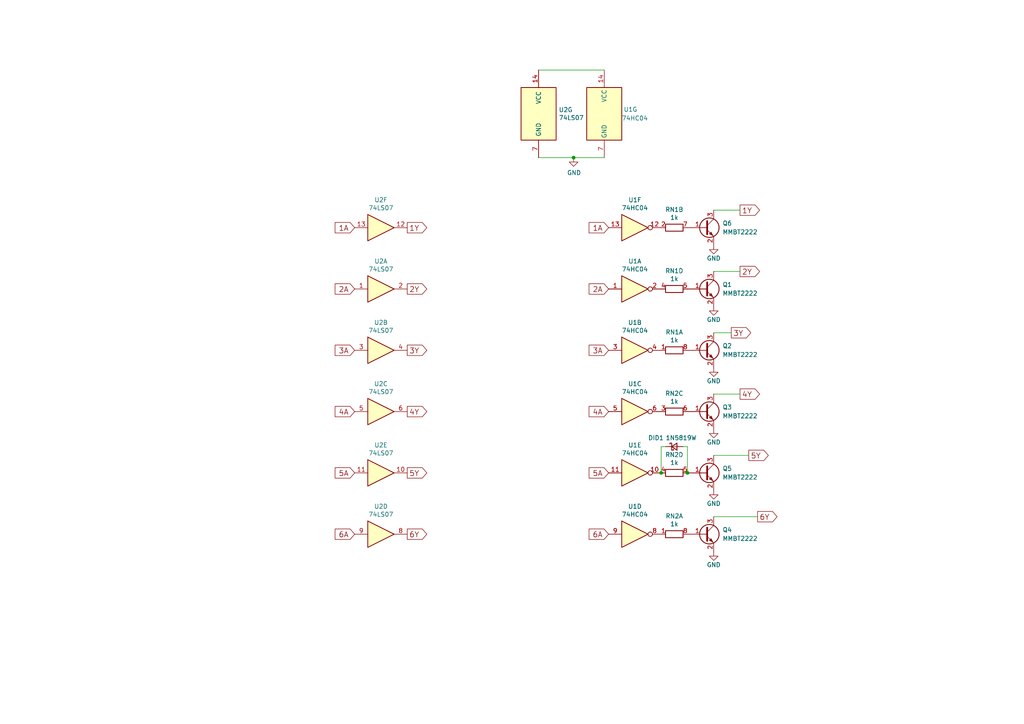
<source format=kicad_sch>
(kicad_sch (version 20211123) (generator eeschema)
  (paper "A4")
  (title_block (title "Enhanced Gotek") (date "2018-03-03") (rev "0.2") (company "Inspired by Gotec schematic by Hervé Messinger") (comment 1 "Hardware enhancement supported by FlashFloppy") (comment 2 "https://github.com/keirf/FlashFloppy/wiki/Hardware-Mods"))
  (lib_symbols
    (symbol "74xx:74HC04"
      (property "Reference" "U" (at 0 1.27 0))
      (property "Value" "74HC04" (at 0 -1.27 0))
      (symbol "74HC04_1_0"
        (polyline (pts (xy -3.81 3.81) (xy -3.81 -3.81) (xy 3.81 0) (xy -3.81 3.81)) (stroke (width 0.254)) (fill (type background)))
        (pin input line (at -7.62 0 0) (length 3.81) (name "~") (number "1"))
        (pin output inverted (at 7.62 0 180) (length 3.81) (name "~") (number "2"))
      )
      (symbol "74HC04_2_0"
        (polyline (pts (xy -3.81 3.81) (xy -3.81 -3.81) (xy 3.81 0) (xy -3.81 3.81)) (stroke (width 0.254)) (fill (type background)))
        (pin input line (at -7.62 0 0) (length 3.81) (name "~") (number "3"))
        (pin output inverted (at 7.62 0 180) (length 3.81) (name "~") (number "4"))
      )
      (symbol "74HC04_3_0"
        (polyline (pts (xy -3.81 3.81) (xy -3.81 -3.81) (xy 3.81 0) (xy -3.81 3.81)) (stroke (width 0.254)) (fill (type background)))
        (pin input line (at -7.62 0 0) (length 3.81) (name "~") (number "5"))
        (pin output inverted (at 7.62 0 180) (length 3.81) (name "~") (number "6"))
      )
      (symbol "74HC04_4_0"
        (polyline (pts (xy -3.81 3.81) (xy -3.81 -3.81) (xy 3.81 0) (xy -3.81 3.81)) (stroke (width 0.254)) (fill (type background)))
        (pin output inverted (at 7.62 0 180) (length 3.81) (name "~") (number "8"))
        (pin input line (at -7.62 0 0) (length 3.81) (name "~") (number "9"))
      )
      (symbol "74HC04_5_0"
        (polyline (pts (xy -3.81 3.81) (xy -3.81 -3.81) (xy 3.81 0) (xy -3.81 3.81)) (stroke (width 0.254)) (fill (type background)))
        (pin output inverted (at 7.62 0 180) (length 3.81) (name "~") (number "10"))
        (pin input line (at -7.62 0 0) (length 3.81) (name "~") (number "11"))
      )
      (symbol "74HC04_6_0"
        (polyline (pts (xy -3.81 3.81) (xy -3.81 -3.81) (xy 3.81 0) (xy -3.81 3.81)) (stroke (width 0.254)) (fill (type background)))
        (pin output inverted (at 7.62 0 180) (length 3.81) (name "~") (number "12"))
        (pin input line (at -7.62 0 0) (length 3.81) (name "~") (number "13"))
      )
      (symbol "74HC04_7_0"
        (pin power_in line (at 0 12.7 270) (length 5.08) (name "VCC") (number "14"))
        (pin power_in line (at 0 -12.7 90) (length 5.08) (name "GND") (number "7"))
      )
      (symbol "74HC04_7_1"
        (rectangle (start -5.08 7.62) (end 5.08 -7.62) (stroke (width 0.254)) (fill (type background)))
      )
    )
    (symbol "74xx:74LS07" (pin_names (offset 1.016))
      (property "Reference" "U" (at 0 1.27 0))
      (property "Value" "74LS07" (at 0 -1.27 0))
      (symbol "74LS07_1_0"
        (polyline (pts (xy -3.81 3.81) (xy -3.81 -3.81) (xy 3.81 0) (xy -3.81 3.81)) (stroke (width 0.254)) (fill (type background)))
        (pin input line (at -7.62 0 0) (length 3.81) (name "~") (number "1"))
        (pin open_collector line (at 7.62 0 180) (length 3.81) (name "~") (number "2"))
      )
      (symbol "74LS07_2_0"
        (polyline (pts (xy -3.81 3.81) (xy -3.81 -3.81) (xy 3.81 0) (xy -3.81 3.81)) (stroke (width 0.254)) (fill (type background)))
        (pin input line (at -7.62 0 0) (length 3.81) (name "~") (number "3"))
        (pin open_collector line (at 7.62 0 180) (length 3.81) (name "~") (number "4"))
      )
      (symbol "74LS07_3_0"
        (polyline (pts (xy -3.81 3.81) (xy -3.81 -3.81) (xy 3.81 0) (xy -3.81 3.81)) (stroke (width 0.254)) (fill (type background)))
        (pin input line (at -7.62 0 0) (length 3.81) (name "~") (number "5"))
        (pin open_collector line (at 7.62 0 180) (length 3.81) (name "~") (number "6"))
      )
      (symbol "74LS07_4_0"
        (polyline (pts (xy -3.81 3.81) (xy -3.81 -3.81) (xy 3.81 0) (xy -3.81 3.81)) (stroke (width 0.254)) (fill (type background)))
        (pin open_collector line (at 7.62 0 180) (length 3.81) (name "~") (number "8"))
        (pin input line (at -7.62 0 0) (length 3.81) (name "~") (number "9"))
      )
      (symbol "74LS07_5_0"
        (polyline (pts (xy -3.81 3.81) (xy -3.81 -3.81) (xy 3.81 0) (xy -3.81 3.81)) (stroke (width 0.254)) (fill (type background)))
        (pin open_collector line (at 7.62 0 180) (length 3.81) (name "~") (number "10"))
        (pin input line (at -7.62 0 0) (length 3.81) (name "~") (number "11"))
      )
      (symbol "74LS07_6_0"
        (polyline (pts (xy -3.81 3.81) (xy -3.81 -3.81) (xy 3.81 0) (xy -3.81 3.81)) (stroke (width 0.254)) (fill (type background)))
        (pin open_collector line (at 7.62 0 180) (length 3.81) (name "~") (number "12"))
        (pin input line (at -7.62 0 0) (length 3.81) (name "~") (number "13"))
      )
      (symbol "74LS07_7_0"
        (pin power_in line (at 0 12.7 270) (length 5.08) (name "VCC") (number "14"))
        (pin power_in line (at 0 -12.7 90) (length 5.08) (name "GND") (number "7"))
      )
      (symbol "74LS07_7_1"
        (rectangle (start -5.08 7.62) (end 5.08 -7.62) (stroke (width 0.254)) (fill (type background)))
      )
    )
    (symbol "Device:D_Schottky_Small" (pin_numbers hide) (pin_names (offset 0.254) hide)
      (property "Reference" "D" (at -1.27 2.032 0))
      (property "Value" "D_Schottky_Small" (at -7.112 -2.032 0))
      (symbol "D_Schottky_Small_0_1"
        (polyline (pts (xy -0.762 0) (xy 0.762 0)))
        (polyline (pts (xy 0.762 -1.016) (xy -0.762 0) (xy 0.762 1.016) (xy 0.762 -1.016)) (stroke (width 0.254)))
        (polyline (pts (xy -1.27 0.762) (xy -1.27 1.016) (xy -0.762 1.016) (xy -0.762 -1.016) (xy -0.254 -1.016) (xy -0.254 -0.762)) (stroke (width 0.254)))
      )
      (symbol "D_Schottky_Small_1_1"
        (pin passive line (at -2.54 0 0) (length 1.778) (name "K") (number "1"))
        (pin passive line (at 2.54 0 180) (length 1.778) (name "A") (number "2"))
      )
    )
    (symbol "Device:Q_NPN_BEC" (pin_names (offset 0) hide)
      (property "Reference" "Q" (at 5.08 1.27 0))
      (property "Value" "Q_NPN_BEC" (at 5.08 -1.27 0))
      (symbol "Q_NPN_BEC_0_1"
        (polyline (pts (xy 0.635 0.635) (xy 2.54 2.54)))
        (polyline (pts (xy 0.635 -0.635) (xy 2.54 -2.54) (xy 2.54 -2.54)))
        (polyline (pts (xy 0.635 1.905) (xy 0.635 -1.905) (xy 0.635 -1.905)) (stroke (width 0.508)))
        (polyline (pts (xy 1.27 -1.778) (xy 1.778 -1.27) (xy 2.286 -2.286) (xy 1.27 -1.778) (xy 1.27 -1.778)) (fill (type outline)))
        (circle (center 1.27 0) (radius 2.8194) (stroke (width 0.254)))
      )
      (symbol "Q_NPN_BEC_1_1"
        (pin input line (at -5.08 0 0) (length 5.715) (name "B") (number "1"))
        (pin passive line (at 2.54 -5.08 90) (length 2.54) (name "E") (number "2"))
        (pin passive line (at 2.54 5.08 270) (length 2.54) (name "C") (number "3"))
      )
    )
    (symbol "Device:R_Pack04_Split" (pin_names (offset 0) hide)
      (property "Reference" "RN" (at 2.032 0 90))
      (property "Value" "R_Pack04_Split" (at 0 0 90))
      (symbol "R_Pack04_Split_0_1"
        (rectangle (start 1.016 2.54) (end -1.016 -2.54) (stroke (width 0.254)))
      )
      (symbol "R_Pack04_Split_1_1"
        (pin passive line (at 0 -3.81 90) (length 1.27) (name "R1.1") (number "1"))
        (pin passive line (at 0 3.81 270) (length 1.27) (name "R1.2") (number "8"))
      )
      (symbol "R_Pack04_Split_2_1"
        (pin passive line (at 0 -3.81 90) (length 1.27) (name "R2.1") (number "2"))
        (pin passive line (at 0 3.81 270) (length 1.27) (name "R2.2") (number "7"))
      )
      (symbol "R_Pack04_Split_3_1"
        (pin passive line (at 0 -3.81 90) (length 1.27) (name "R3.1") (number "3"))
        (pin passive line (at 0 3.81 270) (length 1.27) (name "R3.2") (number "6"))
      )
      (symbol "R_Pack04_Split_4_1"
        (pin passive line (at 0 -3.81 90) (length 1.27) (name "R4.1") (number "4"))
        (pin passive line (at 0 3.81 270) (length 1.27) (name "R4.2") (number "5"))
      )
    )
    (symbol "power:GND" (power) (pin_names (offset 0))
      (property "Value" "GND" (at 0 -3.81 0))
      (symbol "GND_0_1"
        (polyline (pts (xy 0 0) (xy 0 -1.27) (xy 1.27 -1.27) (xy 0 -2.54) (xy -1.27 -1.27) (xy 0 -1.27)))
      )
      (symbol "GND_1_1"
        (pin power_in line (at 0 0 270) (length 0) hide (name "GND") (number "1"))
      )
    )
  )
  (junction (at 191.77 137.16))
  (junction (at 166.37 45.72))
  (junction (at 199.39 137.16))
  (wire (pts (xy 199.39 129.54) (xy 199.39 137.16)))
  (wire (pts (xy 198.12 129.54) (xy 199.39 129.54)))
  (wire (pts (xy 207.01 149.86) (xy 219.71 149.86)))
  (wire (pts (xy 156.21 20.32) (xy 175.26 20.32)))
  (wire (pts (xy 166.37 45.72) (xy 175.26 45.72)))
  (wire (pts (xy 156.21 45.72) (xy 166.37 45.72)))
  (wire (pts (xy 207.01 78.74) (xy 214.63 78.74)))
  (wire (pts (xy 207.01 132.08) (xy 217.17 132.08)))
  (wire (pts (xy 193.04 129.54) (xy 191.77 129.54)))
  (wire (pts (xy 191.77 129.54) (xy 191.77 137.16)))
  (wire (pts (xy 207.01 60.96) (xy 214.63 60.96)))
  (wire (pts (xy 207.01 114.3) (xy 214.63 114.3)))
  (wire (pts (xy 207.01 96.52) (xy 212.09 96.52)))
  (global_label "6Y" (shape output) (at 219.71 149.86 0) (effects (font (size 1.524 1.524))) (property "Références Inter-Feuilles" "${INTERSHEET_REFS}" (effects hide)))
  (global_label "2Y" (shape output) (at 118.11 83.82 0) (effects (font (size 1.524 1.524))) (property "Références Inter-Feuilles" "${INTERSHEET_REFS}" (effects hide)))
  (global_label "4A" (shape input) (at 176.53 119.38 180) (effects (font (size 1.524 1.524))) (property "Références Inter-Feuilles" "${INTERSHEET_REFS}" (effects hide)))
  (global_label "5Y" (shape output) (at 217.17 132.08 0) (effects (font (size 1.524 1.524))) (property "Références Inter-Feuilles" "${INTERSHEET_REFS}" (effects hide)))
  (global_label "3Y" (shape output) (at 118.11 101.6 0) (effects (font (size 1.524 1.524))) (property "Références Inter-Feuilles" "${INTERSHEET_REFS}" (effects hide)))
  (global_label "1Y" (shape output) (at 214.63 60.96 0) (effects (font (size 1.524 1.524))) (property "Références Inter-Feuilles" "${INTERSHEET_REFS}" (effects hide)))
  (global_label "1A" (shape input) (at 176.53 66.04 180) (effects (font (size 1.524 1.524))) (property "Références Inter-Feuilles" "${INTERSHEET_REFS}" (effects hide)))
  (global_label "5Y" (shape output) (at 118.11 137.16 0) (effects (font (size 1.524 1.524))) (property "Références Inter-Feuilles" "${INTERSHEET_REFS}" (effects hide)))
  (global_label "2A" (shape input) (at 102.87 83.82 180) (effects (font (size 1.524 1.524))) (property "Références Inter-Feuilles" "${INTERSHEET_REFS}" (effects hide)))
  (global_label "5A" (shape input) (at 102.87 137.16 180) (effects (font (size 1.524 1.524))) (property "Références Inter-Feuilles" "${INTERSHEET_REFS}" (effects hide)))
  (global_label "6Y" (shape output) (at 118.11 154.94 0) (effects (font (size 1.524 1.524))) (property "Références Inter-Feuilles" "${INTERSHEET_REFS}" (effects hide)))
  (global_label "3Y" (shape output) (at 212.09 96.52 0) (effects (font (size 1.524 1.524))) (property "Références Inter-Feuilles" "${INTERSHEET_REFS}" (effects hide)))
  (global_label "1Y" (shape output) (at 118.11 66.04 0) (effects (font (size 1.524 1.524))) (property "Références Inter-Feuilles" "${INTERSHEET_REFS}" (effects hide)))
  (global_label "4Y" (shape output) (at 214.63 114.3 0) (effects (font (size 1.524 1.524))) (property "Références Inter-Feuilles" "${INTERSHEET_REFS}" (effects hide)))
  (global_label "4A" (shape input) (at 102.87 119.38 180) (effects (font (size 1.524 1.524))) (property "Références Inter-Feuilles" "${INTERSHEET_REFS}" (effects hide)))
  (global_label "4Y" (shape output) (at 118.11 119.38 0) (effects (font (size 1.524 1.524))) (property "Références Inter-Feuilles" "${INTERSHEET_REFS}" (effects hide)))
  (global_label "3A" (shape input) (at 176.53 101.6 180) (effects (font (size 1.524 1.524))) (property "Références Inter-Feuilles" "${INTERSHEET_REFS}" (effects hide)))
  (global_label "6A" (shape input) (at 102.87 154.94 180) (effects (font (size 1.524 1.524))) (property "Références Inter-Feuilles" "${INTERSHEET_REFS}" (effects hide)))
  (global_label "1A" (shape input) (at 102.87 66.04 180) (effects (font (size 1.524 1.524))) (property "Références Inter-Feuilles" "${INTERSHEET_REFS}" (effects hide)))
  (global_label "5A" (shape input) (at 176.53 137.16 180) (effects (font (size 1.524 1.524))) (property "Références Inter-Feuilles" "${INTERSHEET_REFS}" (effects hide)))
  (global_label "6A" (shape input) (at 176.53 154.94 180) (effects (font (size 1.524 1.524))) (property "Références Inter-Feuilles" "${INTERSHEET_REFS}" (effects hide)))
  (global_label "2Y" (shape output) (at 214.63 78.74 0) (effects (font (size 1.524 1.524))) (property "Références Inter-Feuilles" "${INTERSHEET_REFS}" (effects hide)))
  (global_label "2A" (shape input) (at 176.53 83.82 180) (effects (font (size 1.524 1.524))) (property "Références Inter-Feuilles" "${INTERSHEET_REFS}" (effects hide)))
  (global_label "3A" (shape input) (at 102.87 101.6 180) (effects (font (size 1.524 1.524))) (property "Références Inter-Feuilles" "${INTERSHEET_REFS}" (effects hide)))
  (symbol (lib_id "Device:D_Schottky_Small") (at 195.58 129.54 0) (unit 1)
    (property "Reference" "DID1" (at 187.96 127 0) (effects (justify left)))
    (property "Value" "1N5819W" (at 193.04 127 0) (effects (justify left)))
    (property "Footprint" "Diode_SMD:D_SOD-123" (effects hide))
  )
  (symbol (lib_id "Device:Q_NPN_BEC") (at 204.47 154.94 0) (unit 1)
    (property "Reference" "Q4" (at 209.55 153.67 0) (effects (justify left)))
    (property "Value" "MMBT2222" (at 209.55 156.21 0) (effects (justify left)))
    (property "Footprint" "Sassa:SOT-23" (effects hide))
  )
  (symbol (lib_id "Device:Q_NPN_BEC") (at 204.47 137.16 0) (unit 1)
    (property "Reference" "Q5" (at 209.55 135.89 0) (effects (justify left)))
    (property "Value" "MMBT2222" (at 209.55 138.43 0) (effects (justify left)))
    (property "Footprint" "Sassa:SOT-23" (effects hide))
  )
  (symbol (lib_id "power:GND") (at 207.01 160.02 0) (unit 1)
    (property "Reference" "#PWR06" (effects hide))
    (property "Value" "GND" (at 207.01 163.83 0))
  )
  (symbol (lib_id "power:GND") (at 207.01 142.24 0) (unit 1)
    (property "Reference" "#PWR07" (effects hide))
    (property "Value" "GND" (at 207.01 146.05 0))
  )
  (symbol (lib_id "Device:Q_NPN_BEC") (at 204.47 119.38 0) (unit 1)
    (property "Reference" "Q3" (at 209.55 118.11 0) (effects (justify left)))
    (property "Value" "MMBT2222" (at 209.55 120.65 0) (effects (justify left)))
    (property "Footprint" "Sassa:SOT-23" (effects hide))
  )
  (symbol (lib_id "Device:Q_NPN_BEC") (at 204.47 101.6 0) (unit 1)
    (property "Reference" "Q2" (at 209.55 100.33 0) (effects (justify left)))
    (property "Value" "MMBT2222" (at 209.55 102.87 0) (effects (justify left)))
    (property "Footprint" "Sassa:SOT-23" (effects hide))
  )
  (symbol (lib_id "Device:Q_NPN_BEC") (at 204.47 83.82 0) (unit 1)
    (property "Reference" "Q1" (at 209.55 82.55 0) (effects (justify left)))
    (property "Value" "MMBT2222" (at 209.55 85.09 0) (effects (justify left)))
    (property "Footprint" "Sassa:SOT-23" (effects hide))
  )
  (symbol (lib_id "Device:Q_NPN_BEC") (at 204.47 66.04 0) (unit 1)
    (property "Reference" "Q6" (at 209.55 64.77 0) (effects (justify left)))
    (property "Value" "MMBT2222" (at 209.55 67.31 0) (effects (justify left)))
    (property "Footprint" "Sassa:SOT-23" (effects hide))
  )
  (symbol (lib_id "power:GND") (at 207.01 124.46 0) (unit 1)
    (property "Reference" "#PWR08" (effects hide))
    (property "Value" "GND" (at 207.01 128.27 0))
  )
  (symbol (lib_id "power:GND") (at 207.01 106.68 0) (unit 1)
    (property "Reference" "#PWR09" (effects hide))
    (property "Value" "GND" (at 207.01 110.49 0))
  )
  (symbol (lib_id "power:GND") (at 207.01 88.9 0) (unit 1)
    (property "Reference" "#PWR010" (effects hide))
    (property "Value" "GND" (at 207.01 92.71 0))
  )
  (symbol (lib_id "power:GND") (at 207.01 71.12 0) (unit 1)
    (property "Reference" "#PWR011" (effects hide))
    (property "Value" "GND" (at 207.01 74.93 0))
  )
  (symbol (lib_id "74xx:74LS07") (at 110.49 66.04 0) (unit 6)
    (property "Reference" "U2" (at 110.49 57.9882 0))
    (property "Value" "74LS07" (at 110.49 60.2996 0))
    (property "Footprint" "74LS07 replacement:SOIC-14_3.9x8.7mm_P1.27mm_replacement" (effects hide))
    (property "Datasheet" "www.ti.com/lit/ds/symlink/sn74ls07.pdf" (effects hide))
  )
  (symbol (lib_id "74xx:74HC04") (at 175.26 33.02 0) (unit 7)
    (property "Reference" "U1" (at 182.88 31.75 0))
    (property "Value" "74HC04" (at 184.15 34.29 0))
    (property "Footprint" "Package_SO:SOIC-14_3.9x8.7mm_P1.27mm" (effects hide))
    (property "Datasheet" "https://assets.nexperia.com/documents/data-sheet/74HC_HCT04.pdf" (effects hide))
  )
  (symbol (lib_id "74xx:74LS07") (at 156.21 33.02 0) (unit 7)
    (property "Reference" "U2" (at 162.052 31.8516 0) (effects (justify left)))
    (property "Value" "74LS07" (at 162.052 34.163 0) (effects (justify left)))
    (property "Footprint" "74LS07 replacement:SOIC-14_3.9x8.7mm_P1.27mm_replacement" (effects hide))
    (property "Datasheet" "www.ti.com/lit/ds/symlink/sn74ls07.pdf" (effects hide))
  )
  (symbol (lib_id "74xx:74LS07") (at 110.49 83.82 0) (unit 1)
    (property "Reference" "U2" (at 110.49 75.7682 0))
    (property "Value" "74LS07" (at 110.49 78.0796 0))
    (property "Footprint" "74LS07 replacement:SOIC-14_3.9x8.7mm_P1.27mm_replacement" (effects hide))
    (property "Datasheet" "www.ti.com/lit/ds/symlink/sn74ls07.pdf" (effects hide))
  )
  (symbol (lib_id "74xx:74LS07") (at 110.49 101.6 0) (unit 2)
    (property "Reference" "U2" (at 110.49 93.5482 0))
    (property "Value" "74LS07" (at 110.49 95.8596 0))
    (property "Footprint" "74LS07 replacement:SOIC-14_3.9x8.7mm_P1.27mm_replacement" (effects hide))
    (property "Datasheet" "www.ti.com/lit/ds/symlink/sn74ls07.pdf" (effects hide))
  )
  (symbol (lib_id "74xx:74LS07") (at 110.49 119.38 0) (unit 3)
    (property "Reference" "U2" (at 110.49 111.3282 0))
    (property "Value" "74LS07" (at 110.49 113.6396 0))
    (property "Footprint" "74LS07 replacement:SOIC-14_3.9x8.7mm_P1.27mm_replacement" (effects hide))
    (property "Datasheet" "www.ti.com/lit/ds/symlink/sn74ls07.pdf" (effects hide))
  )
  (symbol (lib_id "74xx:74LS07") (at 110.49 137.16 0) (unit 5)
    (property "Reference" "U2" (at 110.49 129.1082 0))
    (property "Value" "74LS07" (at 110.49 131.4196 0))
    (property "Footprint" "74LS07 replacement:SOIC-14_3.9x8.7mm_P1.27mm_replacement" (effects hide))
    (property "Datasheet" "www.ti.com/lit/ds/symlink/sn74ls07.pdf" (effects hide))
  )
  (symbol (lib_id "74xx:74LS07") (at 110.49 154.94 0) (unit 4)
    (property "Reference" "U2" (at 110.49 146.8882 0))
    (property "Value" "74LS07" (at 110.49 149.1996 0))
    (property "Footprint" "74LS07 replacement:SOIC-14_3.9x8.7mm_P1.27mm_replacement" (effects hide))
    (property "Datasheet" "www.ti.com/lit/ds/symlink/sn74ls07.pdf" (effects hide))
  )
  (symbol (lib_id "power:GND") (at 166.37 45.72 0) (unit 1)
    (property "Reference" "#PWR0101" (effects hide))
    (property "Value" "GND" (at 166.497 50.1142 0))
  )
  (symbol (lib_id "74xx:74HC04") (at 184.15 83.82 0) (unit 1)
    (property "Reference" "U1" (at 184.15 75.7682 0))
    (property "Value" "74HC04" (at 184.15 78.0796 0))
    (property "Footprint" "Package_SO:SOIC-14_3.9x8.7mm_P1.27mm" (effects hide))
    (property "Datasheet" "https://assets.nexperia.com/documents/data-sheet/74HC_HCT04.pdf" (effects hide))
  )
  (symbol (lib_id "74xx:74HC04") (at 184.15 101.6 0) (unit 2)
    (property "Reference" "U1" (at 184.15 93.5482 0))
    (property "Value" "74HC04" (at 184.15 95.8596 0))
    (property "Footprint" "Package_SO:SOIC-14_3.9x8.7mm_P1.27mm" (effects hide))
    (property "Datasheet" "https://assets.nexperia.com/documents/data-sheet/74HC_HCT04.pdf" (effects hide))
  )
  (symbol (lib_id "74xx:74HC04") (at 184.15 119.38 0) (unit 3)
    (property "Reference" "U1" (at 184.15 111.3282 0))
    (property "Value" "74HC04" (at 184.15 113.6396 0))
    (property "Footprint" "Package_SO:SOIC-14_3.9x8.7mm_P1.27mm" (effects hide))
    (property "Datasheet" "https://assets.nexperia.com/documents/data-sheet/74HC_HCT04.pdf" (effects hide))
  )
  (symbol (lib_id "74xx:74HC04") (at 184.15 154.94 0) (unit 4)
    (property "Reference" "U1" (at 184.15 146.8882 0))
    (property "Value" "74HC04" (at 184.15 149.1996 0))
    (property "Footprint" "Package_SO:SOIC-14_3.9x8.7mm_P1.27mm" (effects hide))
    (property "Datasheet" "https://assets.nexperia.com/documents/data-sheet/74HC_HCT04.pdf" (effects hide))
  )
  (symbol (lib_id "74xx:74HC04") (at 184.15 137.16 0) (unit 5)
    (property "Reference" "U1" (at 184.15 129.1082 0))
    (property "Value" "74HC04" (at 184.15 131.4196 0))
    (property "Footprint" "Package_SO:SOIC-14_3.9x8.7mm_P1.27mm" (effects hide))
    (property "Datasheet" "https://assets.nexperia.com/documents/data-sheet/74HC_HCT04.pdf" (effects hide))
  )
  (symbol (lib_id "74xx:74HC04") (at 184.15 66.04 0) (unit 6)
    (property "Reference" "U1" (at 184.15 57.9882 0))
    (property "Value" "74HC04" (at 184.15 60.2996 0))
    (property "Footprint" "Package_SO:SOIC-14_3.9x8.7mm_P1.27mm" (effects hide))
    (property "Datasheet" "https://assets.nexperia.com/documents/data-sheet/74HC_HCT04.pdf" (effects hide))
  )
  (symbol (lib_id "Device:R_Pack04_Split") (at 195.58 66.04 270) (unit 2)
    (property "Reference" "RN1" (at 195.58 60.7822 90))
    (property "Value" "1k" (at 195.58 63.0936 90))
    (property "Footprint" "Resistor_SMD:R_Array_Convex_4x0603" (effects hide))
  )
  (symbol (lib_id "Device:R_Pack04_Split") (at 195.58 83.82 270) (unit 4)
    (property "Reference" "RN1" (at 195.58 78.5622 90))
    (property "Value" "1k" (at 195.58 80.8736 90))
    (property "Footprint" "Resistor_SMD:R_Array_Convex_4x0603" (effects hide))
  )
  (symbol (lib_id "Device:R_Pack04_Split") (at 195.58 101.6 270) (unit 1)
    (property "Reference" "RN1" (at 195.58 96.3422 90))
    (property "Value" "1k" (at 195.58 98.6536 90))
    (property "Footprint" "Resistor_SMD:R_Array_Convex_4x0603" (effects hide))
  )
  (symbol (lib_id "Device:R_Pack04_Split") (at 195.58 119.38 270) (unit 3)
    (property "Reference" "RN2" (at 195.58 114.1222 90))
    (property "Value" "1k" (at 195.58 116.4336 90))
    (property "Footprint" "Resistor_SMD:R_Array_Convex_4x0603" (effects hide))
  )
  (symbol (lib_id "Device:R_Pack04_Split") (at 195.58 137.16 270) (unit 4)
    (property "Reference" "RN2" (at 195.58 131.9022 90))
    (property "Value" "1k" (at 195.58 134.2136 90))
    (property "Footprint" "Resistor_SMD:R_Array_Convex_4x0603" (effects hide))
  )
  (symbol (lib_id "Device:R_Pack04_Split") (at 195.58 154.94 270) (unit 1)
    (property "Reference" "RN2" (at 195.58 149.6822 90))
    (property "Value" "1k" (at 195.58 151.9936 90))
    (property "Footprint" "Resistor_SMD:R_Array_Convex_4x0603" (effects hide))
  )
)
</source>
